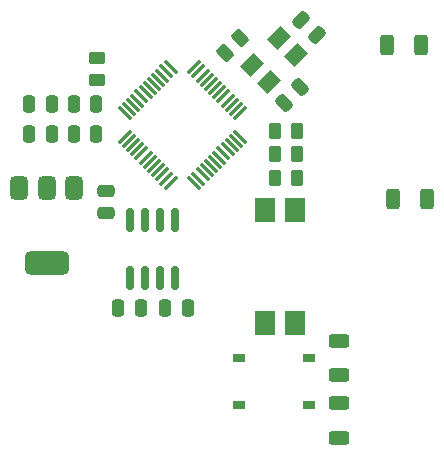
<source format=gbr>
%TF.GenerationSoftware,KiCad,Pcbnew,8.0.5-dirty*%
%TF.CreationDate,2024-11-05T15:40:08+03:00*%
%TF.ProjectId,switcher,73776974-6368-4657-922e-6b696361645f,rev?*%
%TF.SameCoordinates,Original*%
%TF.FileFunction,Paste,Top*%
%TF.FilePolarity,Positive*%
%FSLAX46Y46*%
G04 Gerber Fmt 4.6, Leading zero omitted, Abs format (unit mm)*
G04 Created by KiCad (PCBNEW 8.0.5-dirty) date 2024-11-05 15:40:08*
%MOMM*%
%LPD*%
G01*
G04 APERTURE LIST*
G04 Aperture macros list*
%AMRoundRect*
0 Rectangle with rounded corners*
0 $1 Rounding radius*
0 $2 $3 $4 $5 $6 $7 $8 $9 X,Y pos of 4 corners*
0 Add a 4 corners polygon primitive as box body*
4,1,4,$2,$3,$4,$5,$6,$7,$8,$9,$2,$3,0*
0 Add four circle primitives for the rounded corners*
1,1,$1+$1,$2,$3*
1,1,$1+$1,$4,$5*
1,1,$1+$1,$6,$7*
1,1,$1+$1,$8,$9*
0 Add four rect primitives between the rounded corners*
20,1,$1+$1,$2,$3,$4,$5,0*
20,1,$1+$1,$4,$5,$6,$7,0*
20,1,$1+$1,$6,$7,$8,$9,0*
20,1,$1+$1,$8,$9,$2,$3,0*%
%AMRotRect*
0 Rectangle, with rotation*
0 The origin of the aperture is its center*
0 $1 length*
0 $2 width*
0 $3 Rotation angle, in degrees counterclockwise*
0 Add horizontal line*
21,1,$1,$2,0,0,$3*%
G04 Aperture macros list end*
%ADD10RoundRect,0.250000X-0.159099X0.512652X-0.512652X0.159099X0.159099X-0.512652X0.512652X-0.159099X0*%
%ADD11RoundRect,0.250000X0.250000X0.475000X-0.250000X0.475000X-0.250000X-0.475000X0.250000X-0.475000X0*%
%ADD12RoundRect,0.250000X-0.312500X-0.625000X0.312500X-0.625000X0.312500X0.625000X-0.312500X0.625000X0*%
%ADD13RoundRect,0.250000X-0.262500X-0.450000X0.262500X-0.450000X0.262500X0.450000X-0.262500X0.450000X0*%
%ADD14RoundRect,0.250000X0.132583X-0.503814X0.503814X-0.132583X-0.132583X0.503814X-0.503814X0.132583X0*%
%ADD15RoundRect,0.250000X-0.250000X-0.475000X0.250000X-0.475000X0.250000X0.475000X-0.250000X0.475000X0*%
%ADD16RoundRect,0.150000X-0.150000X0.825000X-0.150000X-0.825000X0.150000X-0.825000X0.150000X0.825000X0*%
%ADD17RotRect,1.600000X1.300000X45.000000*%
%ADD18R,1.000000X0.700000*%
%ADD19RoundRect,0.250000X-0.625000X0.312500X-0.625000X-0.312500X0.625000X-0.312500X0.625000X0.312500X0*%
%ADD20RoundRect,0.250000X0.475000X-0.250000X0.475000X0.250000X-0.475000X0.250000X-0.475000X-0.250000X0*%
%ADD21RoundRect,0.250000X0.450000X-0.262500X0.450000X0.262500X-0.450000X0.262500X-0.450000X-0.262500X0*%
%ADD22RoundRect,0.250000X0.512652X0.159099X0.159099X0.512652X-0.512652X-0.159099X-0.159099X-0.512652X0*%
%ADD23R,1.780000X2.000000*%
%ADD24RoundRect,0.075000X0.415425X0.521491X-0.521491X-0.415425X-0.415425X-0.521491X0.521491X0.415425X0*%
%ADD25RoundRect,0.075000X-0.415425X0.521491X-0.521491X0.415425X0.415425X-0.521491X0.521491X-0.415425X0*%
%ADD26RoundRect,0.375000X-0.375000X0.625000X-0.375000X-0.625000X0.375000X-0.625000X0.375000X0.625000X0*%
%ADD27RoundRect,0.500000X-1.400000X0.500000X-1.400000X-0.500000X1.400000X-0.500000X1.400000X0.500000X0*%
G04 APERTURE END LIST*
D10*
%TO.C,C2*%
X142171751Y-69578249D03*
X140828249Y-70921751D03*
%TD*%
D11*
%TO.C,C16*%
X130800000Y-88250000D03*
X132700000Y-88250000D03*
%TD*%
D12*
%TO.C,R18*%
X149537500Y-66000000D03*
X152462500Y-66000000D03*
%TD*%
D13*
%TO.C,R17*%
X140087500Y-73250000D03*
X141912500Y-73250000D03*
%TD*%
D11*
%TO.C,C17*%
X128700000Y-88250000D03*
X126800000Y-88250000D03*
%TD*%
D14*
%TO.C,R6*%
X137145235Y-65354765D03*
X135854765Y-66645235D03*
%TD*%
D15*
%TO.C,C12*%
X119300000Y-71000000D03*
X121200000Y-71000000D03*
%TD*%
D16*
%TO.C,U7*%
X131655000Y-80775000D03*
X130385000Y-80775000D03*
X129115000Y-80775000D03*
X127845000Y-80775000D03*
X127845000Y-85725000D03*
X129115000Y-85725000D03*
X130385000Y-85725000D03*
X131655000Y-85725000D03*
%TD*%
D17*
%TO.C,Y1*%
X139540381Y-69123833D03*
X141873833Y-66790381D03*
X140459619Y-65376167D03*
X138126167Y-67709619D03*
%TD*%
D12*
%TO.C,R14*%
X150037500Y-79000000D03*
X152962500Y-79000000D03*
%TD*%
D13*
%TO.C,R7*%
X140087500Y-75250000D03*
X141912500Y-75250000D03*
%TD*%
%TO.C,R15*%
X140100000Y-77250000D03*
X141925000Y-77250000D03*
%TD*%
D18*
%TO.C,D2*%
X142975000Y-96500000D03*
X142975000Y-92500000D03*
X137025000Y-92500000D03*
X137025000Y-96500000D03*
%TD*%
D19*
%TO.C,R12*%
X145500000Y-91000000D03*
X145500000Y-93925000D03*
%TD*%
%TO.C,R13*%
X145500000Y-96287500D03*
X145500000Y-99212500D03*
%TD*%
D11*
%TO.C,C5*%
X124950000Y-71000000D03*
X123050000Y-71000000D03*
%TD*%
D20*
%TO.C,C13*%
X125750000Y-80200000D03*
X125750000Y-78300000D03*
%TD*%
D21*
%TO.C,R3*%
X125000000Y-68912500D03*
X125000000Y-67087500D03*
%TD*%
D22*
%TO.C,C3*%
X142328249Y-63828249D03*
X143671751Y-65171751D03*
%TD*%
D15*
%TO.C,C10*%
X119300000Y-73500000D03*
X121200000Y-73500000D03*
%TD*%
D11*
%TO.C,C8*%
X124950000Y-73500000D03*
X123050000Y-73500000D03*
%TD*%
D23*
%TO.C,U4*%
X139210000Y-89515000D03*
X141750000Y-89515000D03*
X141750000Y-79985000D03*
X139210000Y-79985000D03*
%TD*%
D24*
%TO.C,U1*%
X137137876Y-71751212D03*
X136784322Y-71397658D03*
X136430769Y-71044105D03*
X136077215Y-70690551D03*
X135723662Y-70336998D03*
X135370109Y-69983445D03*
X135016555Y-69629891D03*
X134663002Y-69276338D03*
X134309449Y-68922785D03*
X133955895Y-68569231D03*
X133602342Y-68215678D03*
X133248788Y-67862124D03*
D25*
X131251212Y-67862124D03*
X130897658Y-68215678D03*
X130544105Y-68569231D03*
X130190551Y-68922785D03*
X129836998Y-69276338D03*
X129483445Y-69629891D03*
X129129891Y-69983445D03*
X128776338Y-70336998D03*
X128422785Y-70690551D03*
X128069231Y-71044105D03*
X127715678Y-71397658D03*
X127362124Y-71751212D03*
D24*
X127362124Y-73748788D03*
X127715678Y-74102342D03*
X128069231Y-74455895D03*
X128422785Y-74809449D03*
X128776338Y-75163002D03*
X129129891Y-75516555D03*
X129483445Y-75870109D03*
X129836998Y-76223662D03*
X130190551Y-76577215D03*
X130544105Y-76930769D03*
X130897658Y-77284322D03*
X131251212Y-77637876D03*
D25*
X133248788Y-77637876D03*
X133602342Y-77284322D03*
X133955895Y-76930769D03*
X134309449Y-76577215D03*
X134663002Y-76223662D03*
X135016555Y-75870109D03*
X135370109Y-75516555D03*
X135723662Y-75163002D03*
X136077215Y-74809449D03*
X136430769Y-74455895D03*
X136784322Y-74102342D03*
X137137876Y-73748788D03*
%TD*%
D26*
%TO.C,U2*%
X123050000Y-78100000D03*
X120750000Y-78100000D03*
D27*
X120750000Y-84400000D03*
D26*
X118450000Y-78100000D03*
%TD*%
M02*

</source>
